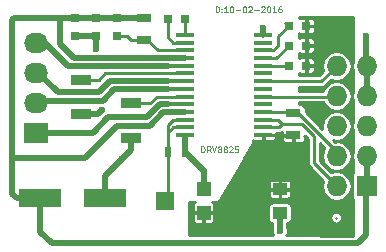
<source format=gbr>
G04 #@! TF.FileFunction,Copper,L1,Top,Signal*
%FSLAX45Y45*%
G04 Gerber Fmt 4.5, Leading zero omitted, Abs format (unit mm)*
G04 Created by KiCad (PCBNEW 4.0.1-stable) date 12-Feb-16 11:08:01 AM*
%MOMM*%
G01*
G04 APERTURE LIST*
%ADD10C,0.100000*%
%ADD11R,1.550000X0.300000*%
%ADD12R,0.800000X0.750000*%
%ADD13R,1.300000X0.700000*%
%ADD14R,0.750000X0.800000*%
%ADD15R,2.032000X1.727200*%
%ADD16O,2.032000X1.727200*%
%ADD17R,3.599180X1.600200*%
%ADD18R,0.500000X0.900000*%
%ADD19R,1.250000X1.000000*%
%ADD20R,1.200000X1.200000*%
%ADD21R,1.500000X1.600000*%
%ADD22R,1.700000X0.900000*%
%ADD23R,1.727200X1.727200*%
%ADD24O,1.727200X1.727200*%
%ADD25C,0.600000*%
%ADD26C,0.250000*%
%ADD27C,0.500000*%
%ADD28C,0.200000*%
%ADD29C,0.300000*%
%ADD30C,0.350000*%
%ADD31C,0.254000*%
G04 APERTURE END LIST*
D10*
X1715238Y-1272619D02*
X1715238Y-1222619D01*
X1727143Y-1222619D01*
X1734286Y-1225000D01*
X1739048Y-1229762D01*
X1741429Y-1234524D01*
X1743810Y-1244048D01*
X1743810Y-1251191D01*
X1741429Y-1260714D01*
X1739048Y-1265476D01*
X1734286Y-1270238D01*
X1727143Y-1272619D01*
X1715238Y-1272619D01*
X1793810Y-1272619D02*
X1777143Y-1248810D01*
X1765238Y-1272619D02*
X1765238Y-1222619D01*
X1784286Y-1222619D01*
X1789048Y-1225000D01*
X1791429Y-1227381D01*
X1793810Y-1232143D01*
X1793810Y-1239286D01*
X1791429Y-1244048D01*
X1789048Y-1246429D01*
X1784286Y-1248810D01*
X1765238Y-1248810D01*
X1808095Y-1222619D02*
X1824762Y-1272619D01*
X1841429Y-1222619D01*
X1865238Y-1244048D02*
X1860476Y-1241667D01*
X1858095Y-1239286D01*
X1855714Y-1234524D01*
X1855714Y-1232143D01*
X1858095Y-1227381D01*
X1860476Y-1225000D01*
X1865238Y-1222619D01*
X1874762Y-1222619D01*
X1879524Y-1225000D01*
X1881905Y-1227381D01*
X1884286Y-1232143D01*
X1884286Y-1234524D01*
X1881905Y-1239286D01*
X1879524Y-1241667D01*
X1874762Y-1244048D01*
X1865238Y-1244048D01*
X1860476Y-1246429D01*
X1858095Y-1248810D01*
X1855714Y-1253571D01*
X1855714Y-1263095D01*
X1858095Y-1267857D01*
X1860476Y-1270238D01*
X1865238Y-1272619D01*
X1874762Y-1272619D01*
X1879524Y-1270238D01*
X1881905Y-1267857D01*
X1884286Y-1263095D01*
X1884286Y-1253571D01*
X1881905Y-1248810D01*
X1879524Y-1246429D01*
X1874762Y-1244048D01*
X1912857Y-1244048D02*
X1908095Y-1241667D01*
X1905714Y-1239286D01*
X1903333Y-1234524D01*
X1903333Y-1232143D01*
X1905714Y-1227381D01*
X1908095Y-1225000D01*
X1912857Y-1222619D01*
X1922381Y-1222619D01*
X1927143Y-1225000D01*
X1929524Y-1227381D01*
X1931905Y-1232143D01*
X1931905Y-1234524D01*
X1929524Y-1239286D01*
X1927143Y-1241667D01*
X1922381Y-1244048D01*
X1912857Y-1244048D01*
X1908095Y-1246429D01*
X1905714Y-1248810D01*
X1903333Y-1253571D01*
X1903333Y-1263095D01*
X1905714Y-1267857D01*
X1908095Y-1270238D01*
X1912857Y-1272619D01*
X1922381Y-1272619D01*
X1927143Y-1270238D01*
X1929524Y-1267857D01*
X1931905Y-1263095D01*
X1931905Y-1253571D01*
X1929524Y-1248810D01*
X1927143Y-1246429D01*
X1922381Y-1244048D01*
X1950952Y-1227381D02*
X1953333Y-1225000D01*
X1958095Y-1222619D01*
X1970000Y-1222619D01*
X1974762Y-1225000D01*
X1977143Y-1227381D01*
X1979524Y-1232143D01*
X1979524Y-1236905D01*
X1977143Y-1244048D01*
X1948571Y-1272619D01*
X1979524Y-1272619D01*
X2024762Y-1222619D02*
X2000952Y-1222619D01*
X1998571Y-1246429D01*
X2000952Y-1244048D01*
X2005714Y-1241667D01*
X2017619Y-1241667D01*
X2022381Y-1244048D01*
X2024762Y-1246429D01*
X2027143Y-1251191D01*
X2027143Y-1263095D01*
X2024762Y-1267857D01*
X2022381Y-1270238D01*
X2017619Y-1272619D01*
X2005714Y-1272619D01*
X2000952Y-1270238D01*
X1998571Y-1267857D01*
X1837639Y-85619D02*
X1837639Y-35619D01*
X1849544Y-35619D01*
X1856687Y-38000D01*
X1861449Y-42762D01*
X1863830Y-47524D01*
X1866211Y-57048D01*
X1866211Y-64190D01*
X1863830Y-73714D01*
X1861449Y-78476D01*
X1856687Y-83238D01*
X1849544Y-85619D01*
X1837639Y-85619D01*
X1887639Y-80857D02*
X1890020Y-83238D01*
X1887639Y-85619D01*
X1885258Y-83238D01*
X1887639Y-80857D01*
X1887639Y-85619D01*
X1887639Y-54667D02*
X1890020Y-57048D01*
X1887639Y-59429D01*
X1885258Y-57048D01*
X1887639Y-54667D01*
X1887639Y-59429D01*
X1937639Y-85619D02*
X1909068Y-85619D01*
X1923353Y-85619D02*
X1923353Y-35619D01*
X1918592Y-42762D01*
X1913830Y-47524D01*
X1909068Y-49905D01*
X1968592Y-35619D02*
X1973353Y-35619D01*
X1978115Y-38000D01*
X1980496Y-40381D01*
X1982877Y-45143D01*
X1985258Y-54667D01*
X1985258Y-66571D01*
X1982877Y-76095D01*
X1980496Y-80857D01*
X1978115Y-83238D01*
X1973353Y-85619D01*
X1968592Y-85619D01*
X1963830Y-83238D01*
X1961449Y-80857D01*
X1959068Y-76095D01*
X1956687Y-66571D01*
X1956687Y-54667D01*
X1959068Y-45143D01*
X1961449Y-40381D01*
X1963830Y-38000D01*
X1968592Y-35619D01*
X2006687Y-66571D02*
X2044782Y-66571D01*
X2078115Y-35619D02*
X2082877Y-35619D01*
X2087639Y-38000D01*
X2090020Y-40381D01*
X2092401Y-45143D01*
X2094782Y-54667D01*
X2094782Y-66571D01*
X2092401Y-76095D01*
X2090020Y-80857D01*
X2087639Y-83238D01*
X2082877Y-85619D01*
X2078115Y-85619D01*
X2073353Y-83238D01*
X2070972Y-80857D01*
X2068592Y-76095D01*
X2066211Y-66571D01*
X2066211Y-54667D01*
X2068592Y-45143D01*
X2070972Y-40381D01*
X2073353Y-38000D01*
X2078115Y-35619D01*
X2113830Y-40381D02*
X2116211Y-38000D01*
X2120973Y-35619D01*
X2132877Y-35619D01*
X2137639Y-38000D01*
X2140020Y-40381D01*
X2142401Y-45143D01*
X2142401Y-49905D01*
X2140020Y-57048D01*
X2111449Y-85619D01*
X2142401Y-85619D01*
X2163830Y-66571D02*
X2201925Y-66571D01*
X2223353Y-40381D02*
X2225734Y-38000D01*
X2230496Y-35619D01*
X2242401Y-35619D01*
X2247163Y-38000D01*
X2249544Y-40381D01*
X2251925Y-45143D01*
X2251925Y-49905D01*
X2249544Y-57048D01*
X2220973Y-85619D01*
X2251925Y-85619D01*
X2282877Y-35619D02*
X2287639Y-35619D01*
X2292401Y-38000D01*
X2294782Y-40381D01*
X2297163Y-45143D01*
X2299544Y-54667D01*
X2299544Y-66571D01*
X2297163Y-76095D01*
X2294782Y-80857D01*
X2292401Y-83238D01*
X2287639Y-85619D01*
X2282877Y-85619D01*
X2278115Y-83238D01*
X2275734Y-80857D01*
X2273353Y-76095D01*
X2270972Y-66571D01*
X2270972Y-54667D01*
X2273353Y-45143D01*
X2275734Y-40381D01*
X2278115Y-38000D01*
X2282877Y-35619D01*
X2347163Y-85619D02*
X2318591Y-85619D01*
X2332877Y-85619D02*
X2332877Y-35619D01*
X2328115Y-42762D01*
X2323353Y-47524D01*
X2318591Y-49905D01*
X2390020Y-35619D02*
X2380496Y-35619D01*
X2375734Y-38000D01*
X2373353Y-40381D01*
X2368591Y-47524D01*
X2366210Y-57048D01*
X2366210Y-76095D01*
X2368591Y-80857D01*
X2370972Y-83238D01*
X2375734Y-85619D01*
X2385258Y-85619D01*
X2390020Y-83238D01*
X2392401Y-80857D01*
X2394782Y-76095D01*
X2394782Y-64190D01*
X2392401Y-59429D01*
X2390020Y-57048D01*
X2385258Y-54667D01*
X2375734Y-54667D01*
X2370972Y-57048D01*
X2368591Y-59429D01*
X2366210Y-64190D01*
D11*
X2240500Y-279500D03*
X1580500Y-279500D03*
X2240500Y-344500D03*
X1580500Y-344500D03*
X2240500Y-409500D03*
X1580500Y-409500D03*
X2240500Y-474500D03*
X1580500Y-474500D03*
X2240500Y-539500D03*
X1580500Y-539500D03*
X2240500Y-604500D03*
X1580500Y-604500D03*
X2240500Y-669500D03*
X1580500Y-669500D03*
X2240500Y-734500D03*
X1580500Y-734500D03*
X2240500Y-799500D03*
X1580500Y-799500D03*
X2240500Y-864500D03*
X1580500Y-864500D03*
X2240500Y-929500D03*
X1580500Y-929500D03*
X2240500Y-994500D03*
X1580500Y-994500D03*
X2240500Y-1059500D03*
X1580500Y-1059500D03*
X2240500Y-1124500D03*
X1580500Y-1124500D03*
D12*
X2453670Y-201350D03*
X2603670Y-201350D03*
D13*
X2495020Y-1128000D03*
X2495020Y-938000D03*
D12*
X2453670Y-537900D03*
X2603670Y-537900D03*
X2453670Y-369625D03*
X2603670Y-369625D03*
X1430120Y-141660D03*
X1580120Y-141660D03*
D14*
X641520Y-135240D03*
X641520Y-285240D03*
X821860Y-135240D03*
X821860Y-285240D03*
D13*
X1228260Y-323020D03*
X1228260Y-133020D03*
D14*
X999660Y-285240D03*
X999660Y-135240D03*
D15*
X318940Y-1104320D03*
D16*
X318940Y-850320D03*
X318940Y-596320D03*
X318940Y-342320D03*
D17*
X352976Y-1660580D03*
X903140Y-1660580D03*
D18*
X1430020Y-1273000D03*
X1580020Y-1273000D03*
D19*
X2380000Y-1585000D03*
X2380000Y-1785000D03*
D20*
X1733600Y-1783440D03*
X1733600Y-1583440D03*
D21*
X1408600Y-1683440D03*
D22*
X695020Y-658000D03*
X695020Y-948000D03*
X1120020Y-858000D03*
X1120020Y-1148000D03*
D23*
X3114000Y-1557000D03*
D24*
X2860000Y-1557000D03*
X3114000Y-1303000D03*
X2860000Y-1303000D03*
X3114000Y-1049000D03*
X2860000Y-1049000D03*
X3114000Y-795000D03*
X2860000Y-795000D03*
X3114000Y-541000D03*
X2860000Y-541000D03*
D25*
X3108000Y-283000D03*
X2380000Y-1935000D03*
X2240000Y-220000D03*
X1733600Y-1426580D03*
X1045020Y-1328200D03*
X875000Y-910081D03*
X821860Y-398200D03*
D26*
X2856020Y-1825000D02*
X2856020Y-1824020D01*
D27*
X3110020Y-1560980D02*
X3110020Y-1969980D01*
X3040000Y-2040000D02*
X3110020Y-1969980D01*
X450000Y-2040000D02*
X3040000Y-2040000D01*
X352976Y-1942976D02*
X450000Y-2040000D01*
X352976Y-1942976D02*
X352976Y-1660580D01*
X3110020Y-1560980D02*
X3114000Y-1557000D01*
X3114000Y-1557000D02*
X3114000Y-1303000D01*
X1429058Y-930481D02*
X1579519Y-930481D01*
X1579519Y-930481D02*
X1580500Y-929500D01*
X400020Y-1323776D02*
X113976Y-1323776D01*
X400020Y-1323776D02*
X726224Y-1323776D01*
X352976Y-1323776D02*
X400020Y-1323776D01*
X726224Y-1323776D02*
X1004999Y-1045001D01*
X1004999Y-1045001D02*
X1279959Y-1045001D01*
X1279959Y-1045001D02*
X1394479Y-930481D01*
X1394479Y-930481D02*
X1429058Y-930481D01*
X1429058Y-930481D02*
X1430039Y-930481D01*
X113200Y-1323000D02*
X113200Y-1623200D01*
X150580Y-1660580D02*
X352976Y-1660580D01*
X113200Y-1623200D02*
X150580Y-1660580D01*
X542460Y-135240D02*
X519600Y-135240D01*
X519600Y-135240D02*
X519600Y-355020D01*
X1162120Y-474500D02*
X1162220Y-474400D01*
X519600Y-355020D02*
X639080Y-474500D01*
X639080Y-474500D02*
X1162120Y-474500D01*
X1162220Y-474400D02*
X1580400Y-474400D01*
X1580400Y-474400D02*
X1580500Y-474500D01*
X113976Y-1323776D02*
X113200Y-1323000D01*
X113200Y-1289740D02*
X113200Y-1323000D01*
X641520Y-135240D02*
X542460Y-135240D01*
X113200Y-154360D02*
X113200Y-1289740D01*
X132320Y-135240D02*
X113200Y-154360D01*
X542460Y-135240D02*
X132320Y-135240D01*
X452925Y-1660580D02*
X352976Y-1660580D01*
X821860Y-135240D02*
X999660Y-135240D01*
X641520Y-135240D02*
X821860Y-135240D01*
X1226040Y-135240D02*
X1228260Y-133020D01*
X999660Y-135240D02*
X1226040Y-135240D01*
X3114000Y-795000D02*
X3114000Y-541000D01*
X3114000Y-541000D02*
X3108000Y-535000D01*
X3108000Y-535000D02*
X3108000Y-283000D01*
X2380000Y-1785000D02*
X2380000Y-1935000D01*
X2240500Y-279500D02*
X2240500Y-220500D01*
X2240500Y-220500D02*
X2240000Y-220000D01*
X1650020Y-1343000D02*
X1580020Y-1273000D01*
X1650020Y-1343000D02*
X1733600Y-1426580D01*
X1733600Y-1583440D02*
X1733600Y-1426580D01*
X1580020Y-1273000D02*
X1580020Y-1140020D01*
X1580500Y-1272520D02*
X1580020Y-1273000D01*
X903140Y-1470080D02*
X1045020Y-1328200D01*
X1045020Y-1328200D02*
X1120020Y-1253200D01*
X695020Y-948000D02*
X837081Y-948000D01*
X837081Y-948000D02*
X875000Y-910081D01*
X1120020Y-1253200D02*
X1120020Y-1148000D01*
X903140Y-1660580D02*
X903140Y-1470080D01*
X821860Y-285240D02*
X821860Y-398200D01*
X641520Y-285240D02*
X821860Y-285240D01*
D26*
X1580500Y-344500D02*
X1478000Y-344500D01*
X1478000Y-344500D02*
X1430120Y-296620D01*
X1430120Y-296620D02*
X1430120Y-204160D01*
X1430120Y-204160D02*
X1430120Y-141660D01*
X1580500Y-279500D02*
X1580500Y-142040D01*
X1580500Y-142040D02*
X1580120Y-141660D01*
X1123020Y-323020D02*
X1085240Y-285240D01*
X1085240Y-285240D02*
X999660Y-285240D01*
X1228260Y-323020D02*
X1123020Y-323020D01*
X1580500Y-409500D02*
X1487340Y-409500D01*
X1487340Y-409500D02*
X1344940Y-409500D01*
X1344740Y-409500D02*
X1487340Y-409500D01*
X1258260Y-323020D02*
X1344740Y-409500D01*
X1228260Y-323020D02*
X1258260Y-323020D01*
X2365000Y-370000D02*
X2365000Y-290020D01*
X2365000Y-290020D02*
X2453670Y-201350D01*
X2325500Y-409500D02*
X2365000Y-370000D01*
X2240500Y-409500D02*
X2325500Y-409500D01*
X2427270Y-174950D02*
X2453670Y-201350D01*
X2452670Y-200350D02*
X2453670Y-201350D01*
D28*
X2451170Y-201350D02*
X2453670Y-201350D01*
D26*
X2240500Y-474500D02*
X2348795Y-474500D01*
X2348795Y-474500D02*
X2453670Y-369625D01*
D28*
X2451170Y-369625D02*
X2453670Y-369625D01*
D26*
X2240500Y-539500D02*
X2452070Y-539500D01*
X2452070Y-539500D02*
X2453670Y-537900D01*
X2719500Y-669500D02*
X2731500Y-669500D01*
X2240500Y-669500D02*
X2719500Y-669500D01*
X2731500Y-669500D02*
X2860000Y-541000D01*
X2240500Y-799500D02*
X2855500Y-799500D01*
X2855500Y-799500D02*
X2860000Y-795000D01*
X2240520Y-799520D02*
X2240500Y-799500D01*
X2399200Y-1033200D02*
X2563200Y-1033200D01*
X2667000Y-1364000D02*
X2860000Y-1557000D01*
X2667000Y-1137000D02*
X2667000Y-1364000D01*
X2563200Y-1033200D02*
X2667000Y-1137000D01*
X2372900Y-1059500D02*
X2399200Y-1033200D01*
X2360500Y-994500D02*
X2399200Y-1033200D01*
X2240500Y-1059500D02*
X2372900Y-1059500D01*
X2240500Y-994500D02*
X2360500Y-994500D01*
D27*
X318940Y-1104320D02*
X795680Y-1104320D01*
X795680Y-1104320D02*
X925000Y-975000D01*
X925000Y-975000D02*
X1250964Y-975000D01*
X1250964Y-975000D02*
X1365484Y-860480D01*
X1365484Y-860480D02*
X1425000Y-860480D01*
X1362880Y-860480D02*
X1436540Y-860480D01*
D29*
X1580500Y-864500D02*
X1440560Y-864500D01*
X1440560Y-864500D02*
X1436540Y-860480D01*
D27*
X318940Y-850320D02*
X334180Y-850320D01*
X882756Y-835080D02*
X334180Y-835080D01*
X334180Y-835080D02*
X318940Y-850320D01*
X1434000Y-739981D02*
X977855Y-739981D01*
D29*
X1580500Y-734500D02*
X1439481Y-734500D01*
X1439481Y-734500D02*
X1434000Y-739981D01*
D27*
X977855Y-739981D02*
X882756Y-835080D01*
X848681Y-765079D02*
X502939Y-765079D01*
X502939Y-765079D02*
X334180Y-596320D01*
X334180Y-596320D02*
X318940Y-596320D01*
D29*
X1473000Y-669500D02*
X1472520Y-669980D01*
X1580500Y-669500D02*
X1473000Y-669500D01*
X1472520Y-669980D02*
X1434000Y-669980D01*
D27*
X1434000Y-669980D02*
X943780Y-669980D01*
X943780Y-669980D02*
X848681Y-765079D01*
D29*
X1410961Y-539500D02*
X1406060Y-544401D01*
D27*
X1406060Y-544401D02*
X1434000Y-544401D01*
X1333519Y-544401D02*
X1406060Y-544401D01*
X1333419Y-544501D02*
X1333519Y-544401D01*
X589765Y-544501D02*
X1333419Y-544501D01*
X387584Y-342320D02*
X589765Y-544501D01*
X318940Y-342320D02*
X387584Y-342320D01*
D26*
X334180Y-342320D02*
X318940Y-342320D01*
D29*
X1580500Y-539500D02*
X1410961Y-539500D01*
D26*
X1580500Y-604500D02*
X903140Y-604500D01*
X903140Y-604500D02*
X849640Y-658000D01*
X849640Y-658000D02*
X695020Y-658000D01*
X1580500Y-799500D02*
X1342541Y-799500D01*
X1342541Y-799500D02*
X1284041Y-858000D01*
X1284041Y-858000D02*
X1120020Y-858000D01*
X2860000Y-1303000D02*
X2860000Y-1266360D01*
X2860000Y-1266360D02*
X2531640Y-938000D01*
X2531640Y-938000D02*
X2495020Y-938000D01*
X2486520Y-929500D02*
X2495020Y-938000D01*
X2449420Y-929500D02*
X2451520Y-931600D01*
X2240500Y-929500D02*
X2486520Y-929500D01*
X2240020Y-1124980D02*
X2240500Y-1124500D01*
D30*
X2490020Y-1133000D02*
X2495020Y-1128000D01*
D26*
X2245020Y-1129020D02*
X2240500Y-1124500D01*
X2491520Y-1124500D02*
X2495020Y-1128000D01*
X2495020Y-1128000D02*
X2525020Y-1128000D01*
D28*
X2603670Y-537900D02*
X2603670Y-369625D01*
X2603670Y-201350D02*
X2603670Y-369625D01*
D26*
X1580500Y-994500D02*
X1478000Y-994500D01*
X1478000Y-994500D02*
X1430020Y-1042480D01*
X1430020Y-1042480D02*
X1430020Y-1107480D01*
X1580500Y-1059500D02*
X1478000Y-1059500D01*
X1478000Y-1059500D02*
X1430020Y-1107480D01*
X1430020Y-1107480D02*
X1430020Y-1203000D01*
X1430020Y-1203000D02*
X1430020Y-1273000D01*
X1430020Y-1273000D02*
X1430020Y-1662020D01*
X1430020Y-1662020D02*
X1408600Y-1683440D01*
X1359000Y-1633840D02*
X1408600Y-1683440D01*
X2856020Y-1063000D02*
X2853000Y-1063000D01*
D31*
G36*
X3002300Y-485522D02*
X2996953Y-493524D01*
X2987509Y-541000D01*
X2996953Y-588476D01*
X3002300Y-596478D01*
X3002300Y-739522D01*
X2996953Y-747524D01*
X2987509Y-795000D01*
X2996953Y-842476D01*
X3002300Y-850478D01*
X3002300Y-993522D01*
X2996953Y-1001524D01*
X2987509Y-1049000D01*
X2996953Y-1096476D01*
X3002300Y-1104478D01*
X3002300Y-1247522D01*
X2996953Y-1255524D01*
X2987509Y-1303000D01*
X2996953Y-1350476D01*
X3002300Y-1358478D01*
X3002300Y-1442146D01*
X3000838Y-1443087D01*
X2992230Y-1455685D01*
X2989201Y-1470640D01*
X2989201Y-1643360D01*
X2991830Y-1657331D01*
X3000087Y-1670162D01*
X3002300Y-1671674D01*
X3002300Y-1977255D01*
X2435496Y-1975259D01*
X2437360Y-1973399D01*
X2447688Y-1948525D01*
X2447712Y-1921593D01*
X2442700Y-1909463D01*
X2442700Y-1873401D01*
X2456471Y-1870810D01*
X2469302Y-1862553D01*
X2477910Y-1849955D01*
X2480939Y-1835000D01*
X2480939Y-1824020D01*
X2805820Y-1824020D01*
X2805820Y-1825000D01*
X2809641Y-1844211D01*
X2820523Y-1860497D01*
X2836809Y-1871379D01*
X2856020Y-1875200D01*
X2875231Y-1871379D01*
X2891517Y-1860497D01*
X2902399Y-1844211D01*
X2906220Y-1825000D01*
X2906220Y-1824020D01*
X2902399Y-1804809D01*
X2891517Y-1788523D01*
X2875231Y-1777641D01*
X2856020Y-1773820D01*
X2836809Y-1777641D01*
X2820523Y-1788523D01*
X2809641Y-1804809D01*
X2805820Y-1824020D01*
X2480939Y-1824020D01*
X2480939Y-1735000D01*
X2478310Y-1721029D01*
X2470053Y-1708198D01*
X2457455Y-1699590D01*
X2442500Y-1696561D01*
X2317500Y-1696561D01*
X2303529Y-1699190D01*
X2290698Y-1707447D01*
X2282090Y-1720045D01*
X2279062Y-1735000D01*
X2279062Y-1835000D01*
X2281690Y-1848971D01*
X2289947Y-1861802D01*
X2302545Y-1870410D01*
X2317300Y-1873398D01*
X2317300Y-1909462D01*
X2312312Y-1921475D01*
X2312288Y-1948407D01*
X2322573Y-1973299D01*
X2324139Y-1974867D01*
X1607700Y-1972345D01*
X1607700Y-1793915D01*
X1640900Y-1793915D01*
X1640900Y-1849944D01*
X1645878Y-1861963D01*
X1655077Y-1871162D01*
X1667095Y-1876140D01*
X1723125Y-1876140D01*
X1731300Y-1867965D01*
X1731300Y-1785740D01*
X1735900Y-1785740D01*
X1735900Y-1867965D01*
X1744075Y-1876140D01*
X1800104Y-1876140D01*
X1812123Y-1871162D01*
X1821322Y-1861963D01*
X1826300Y-1849944D01*
X1826300Y-1793915D01*
X1818125Y-1785740D01*
X1735900Y-1785740D01*
X1731300Y-1785740D01*
X1649075Y-1785740D01*
X1640900Y-1793915D01*
X1607700Y-1793915D01*
X1607700Y-1692700D01*
X1662364Y-1692700D01*
X1655077Y-1695718D01*
X1645878Y-1704917D01*
X1640900Y-1716936D01*
X1640900Y-1772965D01*
X1649075Y-1781140D01*
X1731300Y-1781140D01*
X1731300Y-1779140D01*
X1735900Y-1779140D01*
X1735900Y-1781140D01*
X1818125Y-1781140D01*
X1826300Y-1772965D01*
X1826300Y-1716936D01*
X1821322Y-1704917D01*
X1812123Y-1695718D01*
X1804836Y-1692700D01*
X1850000Y-1692700D01*
X1854941Y-1691699D01*
X1859103Y-1688855D01*
X1860929Y-1686468D01*
X1914782Y-1595475D01*
X2284800Y-1595475D01*
X2284800Y-1641504D01*
X2289778Y-1653523D01*
X2298977Y-1662722D01*
X2310996Y-1667700D01*
X2369525Y-1667700D01*
X2377700Y-1659525D01*
X2377700Y-1587300D01*
X2382300Y-1587300D01*
X2382300Y-1659525D01*
X2390475Y-1667700D01*
X2449005Y-1667700D01*
X2461023Y-1662722D01*
X2470222Y-1653523D01*
X2475200Y-1641504D01*
X2475200Y-1595475D01*
X2467025Y-1587300D01*
X2382300Y-1587300D01*
X2377700Y-1587300D01*
X2292975Y-1587300D01*
X2284800Y-1595475D01*
X1914782Y-1595475D01*
X1954423Y-1528496D01*
X2284800Y-1528496D01*
X2284800Y-1574525D01*
X2292975Y-1582700D01*
X2377700Y-1582700D01*
X2377700Y-1510475D01*
X2382300Y-1510475D01*
X2382300Y-1582700D01*
X2467025Y-1582700D01*
X2475200Y-1574525D01*
X2475200Y-1528496D01*
X2470222Y-1516477D01*
X2461023Y-1507278D01*
X2449005Y-1502300D01*
X2390475Y-1502300D01*
X2382300Y-1510475D01*
X2377700Y-1510475D01*
X2369525Y-1502300D01*
X2310996Y-1502300D01*
X2298977Y-1507278D01*
X2289778Y-1516477D01*
X2284800Y-1528496D01*
X1954423Y-1528496D01*
X2073262Y-1327700D01*
X2079367Y-1327700D01*
X2079367Y-1317385D01*
X2150929Y-1196468D01*
X2152700Y-1190000D01*
X2152700Y-1170628D01*
X2156496Y-1172200D01*
X2230025Y-1172200D01*
X2238200Y-1164025D01*
X2238200Y-1126800D01*
X2242800Y-1126800D01*
X2242800Y-1164025D01*
X2250975Y-1172200D01*
X2324505Y-1172200D01*
X2336523Y-1167222D01*
X2345722Y-1158023D01*
X2350700Y-1146004D01*
X2350700Y-1138475D01*
X2397320Y-1138475D01*
X2397320Y-1169504D01*
X2402298Y-1181523D01*
X2411497Y-1190722D01*
X2423516Y-1195700D01*
X2484545Y-1195700D01*
X2492720Y-1187525D01*
X2492720Y-1130300D01*
X2405495Y-1130300D01*
X2397320Y-1138475D01*
X2350700Y-1138475D01*
X2350700Y-1134975D01*
X2342525Y-1126800D01*
X2242800Y-1126800D01*
X2238200Y-1126800D01*
X2236200Y-1126800D01*
X2236200Y-1122200D01*
X2238200Y-1122200D01*
X2238200Y-1120200D01*
X2242800Y-1120200D01*
X2242800Y-1122200D01*
X2342525Y-1122200D01*
X2350700Y-1114025D01*
X2350700Y-1109700D01*
X2372900Y-1109700D01*
X2372900Y-1109700D01*
X2392111Y-1105879D01*
X2397320Y-1102398D01*
X2397320Y-1117525D01*
X2405495Y-1125700D01*
X2492720Y-1125700D01*
X2492720Y-1123700D01*
X2497320Y-1123700D01*
X2497320Y-1125700D01*
X2499320Y-1125700D01*
X2499320Y-1130300D01*
X2497320Y-1130300D01*
X2497320Y-1187525D01*
X2505495Y-1195700D01*
X2566525Y-1195700D01*
X2578543Y-1190722D01*
X2587742Y-1181523D01*
X2592720Y-1169504D01*
X2592720Y-1138475D01*
X2584545Y-1130300D01*
X2589307Y-1130300D01*
X2616800Y-1157794D01*
X2616800Y-1364000D01*
X2616800Y-1364000D01*
X2620621Y-1383211D01*
X2631503Y-1399497D01*
X2742717Y-1510711D01*
X2733510Y-1557000D01*
X2742953Y-1604476D01*
X2769846Y-1644724D01*
X2810094Y-1671616D01*
X2857569Y-1681060D01*
X2862430Y-1681060D01*
X2909906Y-1671616D01*
X2950154Y-1644724D01*
X2977047Y-1604476D01*
X2986490Y-1557000D01*
X2977047Y-1509524D01*
X2950154Y-1469276D01*
X2909906Y-1442383D01*
X2862430Y-1432940D01*
X2857569Y-1432940D01*
X2815335Y-1441341D01*
X2717200Y-1343206D01*
X2717200Y-1194554D01*
X2757059Y-1234413D01*
X2742953Y-1255524D01*
X2733510Y-1303000D01*
X2742953Y-1350476D01*
X2769846Y-1390724D01*
X2810094Y-1417616D01*
X2857569Y-1427060D01*
X2862430Y-1427060D01*
X2909906Y-1417616D01*
X2950154Y-1390724D01*
X2977047Y-1350476D01*
X2986490Y-1303000D01*
X2977047Y-1255524D01*
X2950154Y-1215276D01*
X2909906Y-1188384D01*
X2862430Y-1178940D01*
X2857569Y-1178940D01*
X2845895Y-1181262D01*
X2832758Y-1168125D01*
X2857569Y-1173060D01*
X2862430Y-1173060D01*
X2909906Y-1163617D01*
X2950154Y-1136724D01*
X2977047Y-1096476D01*
X2986490Y-1049000D01*
X2977047Y-1001524D01*
X2950154Y-961276D01*
X2909906Y-934383D01*
X2862430Y-924940D01*
X2857569Y-924940D01*
X2810094Y-934383D01*
X2769846Y-961276D01*
X2742953Y-1001524D01*
X2733510Y-1049000D01*
X2738445Y-1073812D01*
X2598459Y-933825D01*
X2598459Y-903000D01*
X2595830Y-889029D01*
X2587573Y-876198D01*
X2574975Y-867590D01*
X2560020Y-864561D01*
X2542700Y-864561D01*
X2542700Y-849700D01*
X2747780Y-849700D01*
X2769846Y-882724D01*
X2810094Y-909616D01*
X2857569Y-919060D01*
X2862430Y-919060D01*
X2909906Y-909616D01*
X2950154Y-882724D01*
X2977047Y-842476D01*
X2986490Y-795000D01*
X2977047Y-747524D01*
X2950154Y-707276D01*
X2909906Y-680384D01*
X2862430Y-670940D01*
X2857569Y-670940D01*
X2810094Y-680384D01*
X2769846Y-707276D01*
X2742953Y-747524D01*
X2742600Y-749300D01*
X2542700Y-749300D01*
X2542700Y-719700D01*
X2731500Y-719700D01*
X2731500Y-719700D01*
X2750711Y-715879D01*
X2766997Y-704997D01*
X2815335Y-656659D01*
X2857569Y-665060D01*
X2862430Y-665060D01*
X2909906Y-655617D01*
X2950154Y-628724D01*
X2977047Y-588476D01*
X2986490Y-541000D01*
X2977047Y-493524D01*
X2950154Y-453276D01*
X2909906Y-426383D01*
X2862430Y-416940D01*
X2857569Y-416940D01*
X2810094Y-426383D01*
X2769846Y-453276D01*
X2742953Y-493524D01*
X2733510Y-541000D01*
X2742717Y-587289D01*
X2710706Y-619300D01*
X2542700Y-619300D01*
X2542700Y-600675D01*
X2545147Y-603122D01*
X2557166Y-608100D01*
X2593195Y-608100D01*
X2601370Y-599925D01*
X2601370Y-540200D01*
X2605970Y-540200D01*
X2605970Y-599925D01*
X2614145Y-608100D01*
X2650174Y-608100D01*
X2662193Y-603122D01*
X2671392Y-593923D01*
X2676370Y-581905D01*
X2676370Y-548375D01*
X2668195Y-540200D01*
X2605970Y-540200D01*
X2601370Y-540200D01*
X2599370Y-540200D01*
X2599370Y-535600D01*
X2601370Y-535600D01*
X2601370Y-475875D01*
X2605970Y-475875D01*
X2605970Y-535600D01*
X2668195Y-535600D01*
X2676370Y-527425D01*
X2676370Y-493895D01*
X2671392Y-481877D01*
X2662193Y-472678D01*
X2650174Y-467700D01*
X2614145Y-467700D01*
X2605970Y-475875D01*
X2601370Y-475875D01*
X2593195Y-467700D01*
X2557166Y-467700D01*
X2545147Y-472678D01*
X2542700Y-475125D01*
X2542700Y-432400D01*
X2545147Y-434847D01*
X2557166Y-439825D01*
X2593195Y-439825D01*
X2601370Y-431650D01*
X2601370Y-371925D01*
X2605970Y-371925D01*
X2605970Y-431650D01*
X2614145Y-439825D01*
X2650174Y-439825D01*
X2662193Y-434847D01*
X2671392Y-425648D01*
X2676370Y-413629D01*
X2676370Y-380100D01*
X2668195Y-371925D01*
X2605970Y-371925D01*
X2601370Y-371925D01*
X2599370Y-371925D01*
X2599370Y-367325D01*
X2601370Y-367325D01*
X2601370Y-307600D01*
X2605970Y-307600D01*
X2605970Y-367325D01*
X2668195Y-367325D01*
X2676370Y-359150D01*
X2676370Y-325621D01*
X2671392Y-313602D01*
X2662193Y-304403D01*
X2650174Y-299425D01*
X2614145Y-299425D01*
X2605970Y-307600D01*
X2601370Y-307600D01*
X2593195Y-299425D01*
X2557166Y-299425D01*
X2545147Y-304403D01*
X2542700Y-306850D01*
X2542700Y-264125D01*
X2545147Y-266572D01*
X2557166Y-271550D01*
X2593195Y-271550D01*
X2601370Y-263375D01*
X2601370Y-203650D01*
X2605970Y-203650D01*
X2605970Y-263375D01*
X2614145Y-271550D01*
X2650174Y-271550D01*
X2662193Y-266572D01*
X2671392Y-257373D01*
X2676370Y-245354D01*
X2676370Y-211825D01*
X2668195Y-203650D01*
X2605970Y-203650D01*
X2601370Y-203650D01*
X2599370Y-203650D01*
X2599370Y-199050D01*
X2601370Y-199050D01*
X2601370Y-139325D01*
X2605970Y-139325D01*
X2605970Y-199050D01*
X2668195Y-199050D01*
X2676370Y-190875D01*
X2676370Y-157346D01*
X2671392Y-145327D01*
X2662193Y-136128D01*
X2650174Y-131150D01*
X2614145Y-131150D01*
X2605970Y-139325D01*
X2601370Y-139325D01*
X2593195Y-131150D01*
X2557166Y-131150D01*
X2545147Y-136128D01*
X2542700Y-138575D01*
X2542700Y-127700D01*
X3002300Y-127700D01*
X3002300Y-485522D01*
X3002300Y-485522D01*
G37*
X3002300Y-485522D02*
X2996953Y-493524D01*
X2987509Y-541000D01*
X2996953Y-588476D01*
X3002300Y-596478D01*
X3002300Y-739522D01*
X2996953Y-747524D01*
X2987509Y-795000D01*
X2996953Y-842476D01*
X3002300Y-850478D01*
X3002300Y-993522D01*
X2996953Y-1001524D01*
X2987509Y-1049000D01*
X2996953Y-1096476D01*
X3002300Y-1104478D01*
X3002300Y-1247522D01*
X2996953Y-1255524D01*
X2987509Y-1303000D01*
X2996953Y-1350476D01*
X3002300Y-1358478D01*
X3002300Y-1442146D01*
X3000838Y-1443087D01*
X2992230Y-1455685D01*
X2989201Y-1470640D01*
X2989201Y-1643360D01*
X2991830Y-1657331D01*
X3000087Y-1670162D01*
X3002300Y-1671674D01*
X3002300Y-1977255D01*
X2435496Y-1975259D01*
X2437360Y-1973399D01*
X2447688Y-1948525D01*
X2447712Y-1921593D01*
X2442700Y-1909463D01*
X2442700Y-1873401D01*
X2456471Y-1870810D01*
X2469302Y-1862553D01*
X2477910Y-1849955D01*
X2480939Y-1835000D01*
X2480939Y-1824020D01*
X2805820Y-1824020D01*
X2805820Y-1825000D01*
X2809641Y-1844211D01*
X2820523Y-1860497D01*
X2836809Y-1871379D01*
X2856020Y-1875200D01*
X2875231Y-1871379D01*
X2891517Y-1860497D01*
X2902399Y-1844211D01*
X2906220Y-1825000D01*
X2906220Y-1824020D01*
X2902399Y-1804809D01*
X2891517Y-1788523D01*
X2875231Y-1777641D01*
X2856020Y-1773820D01*
X2836809Y-1777641D01*
X2820523Y-1788523D01*
X2809641Y-1804809D01*
X2805820Y-1824020D01*
X2480939Y-1824020D01*
X2480939Y-1735000D01*
X2478310Y-1721029D01*
X2470053Y-1708198D01*
X2457455Y-1699590D01*
X2442500Y-1696561D01*
X2317500Y-1696561D01*
X2303529Y-1699190D01*
X2290698Y-1707447D01*
X2282090Y-1720045D01*
X2279062Y-1735000D01*
X2279062Y-1835000D01*
X2281690Y-1848971D01*
X2289947Y-1861802D01*
X2302545Y-1870410D01*
X2317300Y-1873398D01*
X2317300Y-1909462D01*
X2312312Y-1921475D01*
X2312288Y-1948407D01*
X2322573Y-1973299D01*
X2324139Y-1974867D01*
X1607700Y-1972345D01*
X1607700Y-1793915D01*
X1640900Y-1793915D01*
X1640900Y-1849944D01*
X1645878Y-1861963D01*
X1655077Y-1871162D01*
X1667095Y-1876140D01*
X1723125Y-1876140D01*
X1731300Y-1867965D01*
X1731300Y-1785740D01*
X1735900Y-1785740D01*
X1735900Y-1867965D01*
X1744075Y-1876140D01*
X1800104Y-1876140D01*
X1812123Y-1871162D01*
X1821322Y-1861963D01*
X1826300Y-1849944D01*
X1826300Y-1793915D01*
X1818125Y-1785740D01*
X1735900Y-1785740D01*
X1731300Y-1785740D01*
X1649075Y-1785740D01*
X1640900Y-1793915D01*
X1607700Y-1793915D01*
X1607700Y-1692700D01*
X1662364Y-1692700D01*
X1655077Y-1695718D01*
X1645878Y-1704917D01*
X1640900Y-1716936D01*
X1640900Y-1772965D01*
X1649075Y-1781140D01*
X1731300Y-1781140D01*
X1731300Y-1779140D01*
X1735900Y-1779140D01*
X1735900Y-1781140D01*
X1818125Y-1781140D01*
X1826300Y-1772965D01*
X1826300Y-1716936D01*
X1821322Y-1704917D01*
X1812123Y-1695718D01*
X1804836Y-1692700D01*
X1850000Y-1692700D01*
X1854941Y-1691699D01*
X1859103Y-1688855D01*
X1860929Y-1686468D01*
X1914782Y-1595475D01*
X2284800Y-1595475D01*
X2284800Y-1641504D01*
X2289778Y-1653523D01*
X2298977Y-1662722D01*
X2310996Y-1667700D01*
X2369525Y-1667700D01*
X2377700Y-1659525D01*
X2377700Y-1587300D01*
X2382300Y-1587300D01*
X2382300Y-1659525D01*
X2390475Y-1667700D01*
X2449005Y-1667700D01*
X2461023Y-1662722D01*
X2470222Y-1653523D01*
X2475200Y-1641504D01*
X2475200Y-1595475D01*
X2467025Y-1587300D01*
X2382300Y-1587300D01*
X2377700Y-1587300D01*
X2292975Y-1587300D01*
X2284800Y-1595475D01*
X1914782Y-1595475D01*
X1954423Y-1528496D01*
X2284800Y-1528496D01*
X2284800Y-1574525D01*
X2292975Y-1582700D01*
X2377700Y-1582700D01*
X2377700Y-1510475D01*
X2382300Y-1510475D01*
X2382300Y-1582700D01*
X2467025Y-1582700D01*
X2475200Y-1574525D01*
X2475200Y-1528496D01*
X2470222Y-1516477D01*
X2461023Y-1507278D01*
X2449005Y-1502300D01*
X2390475Y-1502300D01*
X2382300Y-1510475D01*
X2377700Y-1510475D01*
X2369525Y-1502300D01*
X2310996Y-1502300D01*
X2298977Y-1507278D01*
X2289778Y-1516477D01*
X2284800Y-1528496D01*
X1954423Y-1528496D01*
X2073262Y-1327700D01*
X2079367Y-1327700D01*
X2079367Y-1317385D01*
X2150929Y-1196468D01*
X2152700Y-1190000D01*
X2152700Y-1170628D01*
X2156496Y-1172200D01*
X2230025Y-1172200D01*
X2238200Y-1164025D01*
X2238200Y-1126800D01*
X2242800Y-1126800D01*
X2242800Y-1164025D01*
X2250975Y-1172200D01*
X2324505Y-1172200D01*
X2336523Y-1167222D01*
X2345722Y-1158023D01*
X2350700Y-1146004D01*
X2350700Y-1138475D01*
X2397320Y-1138475D01*
X2397320Y-1169504D01*
X2402298Y-1181523D01*
X2411497Y-1190722D01*
X2423516Y-1195700D01*
X2484545Y-1195700D01*
X2492720Y-1187525D01*
X2492720Y-1130300D01*
X2405495Y-1130300D01*
X2397320Y-1138475D01*
X2350700Y-1138475D01*
X2350700Y-1134975D01*
X2342525Y-1126800D01*
X2242800Y-1126800D01*
X2238200Y-1126800D01*
X2236200Y-1126800D01*
X2236200Y-1122200D01*
X2238200Y-1122200D01*
X2238200Y-1120200D01*
X2242800Y-1120200D01*
X2242800Y-1122200D01*
X2342525Y-1122200D01*
X2350700Y-1114025D01*
X2350700Y-1109700D01*
X2372900Y-1109700D01*
X2372900Y-1109700D01*
X2392111Y-1105879D01*
X2397320Y-1102398D01*
X2397320Y-1117525D01*
X2405495Y-1125700D01*
X2492720Y-1125700D01*
X2492720Y-1123700D01*
X2497320Y-1123700D01*
X2497320Y-1125700D01*
X2499320Y-1125700D01*
X2499320Y-1130300D01*
X2497320Y-1130300D01*
X2497320Y-1187525D01*
X2505495Y-1195700D01*
X2566525Y-1195700D01*
X2578543Y-1190722D01*
X2587742Y-1181523D01*
X2592720Y-1169504D01*
X2592720Y-1138475D01*
X2584545Y-1130300D01*
X2589307Y-1130300D01*
X2616800Y-1157794D01*
X2616800Y-1364000D01*
X2616800Y-1364000D01*
X2620621Y-1383211D01*
X2631503Y-1399497D01*
X2742717Y-1510711D01*
X2733510Y-1557000D01*
X2742953Y-1604476D01*
X2769846Y-1644724D01*
X2810094Y-1671616D01*
X2857569Y-1681060D01*
X2862430Y-1681060D01*
X2909906Y-1671616D01*
X2950154Y-1644724D01*
X2977047Y-1604476D01*
X2986490Y-1557000D01*
X2977047Y-1509524D01*
X2950154Y-1469276D01*
X2909906Y-1442383D01*
X2862430Y-1432940D01*
X2857569Y-1432940D01*
X2815335Y-1441341D01*
X2717200Y-1343206D01*
X2717200Y-1194554D01*
X2757059Y-1234413D01*
X2742953Y-1255524D01*
X2733510Y-1303000D01*
X2742953Y-1350476D01*
X2769846Y-1390724D01*
X2810094Y-1417616D01*
X2857569Y-1427060D01*
X2862430Y-1427060D01*
X2909906Y-1417616D01*
X2950154Y-1390724D01*
X2977047Y-1350476D01*
X2986490Y-1303000D01*
X2977047Y-1255524D01*
X2950154Y-1215276D01*
X2909906Y-1188384D01*
X2862430Y-1178940D01*
X2857569Y-1178940D01*
X2845895Y-1181262D01*
X2832758Y-1168125D01*
X2857569Y-1173060D01*
X2862430Y-1173060D01*
X2909906Y-1163617D01*
X2950154Y-1136724D01*
X2977047Y-1096476D01*
X2986490Y-1049000D01*
X2977047Y-1001524D01*
X2950154Y-961276D01*
X2909906Y-934383D01*
X2862430Y-924940D01*
X2857569Y-924940D01*
X2810094Y-934383D01*
X2769846Y-961276D01*
X2742953Y-1001524D01*
X2733510Y-1049000D01*
X2738445Y-1073812D01*
X2598459Y-933825D01*
X2598459Y-903000D01*
X2595830Y-889029D01*
X2587573Y-876198D01*
X2574975Y-867590D01*
X2560020Y-864561D01*
X2542700Y-864561D01*
X2542700Y-849700D01*
X2747780Y-849700D01*
X2769846Y-882724D01*
X2810094Y-909616D01*
X2857569Y-919060D01*
X2862430Y-919060D01*
X2909906Y-909616D01*
X2950154Y-882724D01*
X2977047Y-842476D01*
X2986490Y-795000D01*
X2977047Y-747524D01*
X2950154Y-707276D01*
X2909906Y-680384D01*
X2862430Y-670940D01*
X2857569Y-670940D01*
X2810094Y-680384D01*
X2769846Y-707276D01*
X2742953Y-747524D01*
X2742600Y-749300D01*
X2542700Y-749300D01*
X2542700Y-719700D01*
X2731500Y-719700D01*
X2731500Y-719700D01*
X2750711Y-715879D01*
X2766997Y-704997D01*
X2815335Y-656659D01*
X2857569Y-665060D01*
X2862430Y-665060D01*
X2909906Y-655617D01*
X2950154Y-628724D01*
X2977047Y-588476D01*
X2986490Y-541000D01*
X2977047Y-493524D01*
X2950154Y-453276D01*
X2909906Y-426383D01*
X2862430Y-416940D01*
X2857569Y-416940D01*
X2810094Y-426383D01*
X2769846Y-453276D01*
X2742953Y-493524D01*
X2733510Y-541000D01*
X2742717Y-587289D01*
X2710706Y-619300D01*
X2542700Y-619300D01*
X2542700Y-600675D01*
X2545147Y-603122D01*
X2557166Y-608100D01*
X2593195Y-608100D01*
X2601370Y-599925D01*
X2601370Y-540200D01*
X2605970Y-540200D01*
X2605970Y-599925D01*
X2614145Y-608100D01*
X2650174Y-608100D01*
X2662193Y-603122D01*
X2671392Y-593923D01*
X2676370Y-581905D01*
X2676370Y-548375D01*
X2668195Y-540200D01*
X2605970Y-540200D01*
X2601370Y-540200D01*
X2599370Y-540200D01*
X2599370Y-535600D01*
X2601370Y-535600D01*
X2601370Y-475875D01*
X2605970Y-475875D01*
X2605970Y-535600D01*
X2668195Y-535600D01*
X2676370Y-527425D01*
X2676370Y-493895D01*
X2671392Y-481877D01*
X2662193Y-472678D01*
X2650174Y-467700D01*
X2614145Y-467700D01*
X2605970Y-475875D01*
X2601370Y-475875D01*
X2593195Y-467700D01*
X2557166Y-467700D01*
X2545147Y-472678D01*
X2542700Y-475125D01*
X2542700Y-432400D01*
X2545147Y-434847D01*
X2557166Y-439825D01*
X2593195Y-439825D01*
X2601370Y-431650D01*
X2601370Y-371925D01*
X2605970Y-371925D01*
X2605970Y-431650D01*
X2614145Y-439825D01*
X2650174Y-439825D01*
X2662193Y-434847D01*
X2671392Y-425648D01*
X2676370Y-413629D01*
X2676370Y-380100D01*
X2668195Y-371925D01*
X2605970Y-371925D01*
X2601370Y-371925D01*
X2599370Y-371925D01*
X2599370Y-367325D01*
X2601370Y-367325D01*
X2601370Y-307600D01*
X2605970Y-307600D01*
X2605970Y-367325D01*
X2668195Y-367325D01*
X2676370Y-359150D01*
X2676370Y-325621D01*
X2671392Y-313602D01*
X2662193Y-304403D01*
X2650174Y-299425D01*
X2614145Y-299425D01*
X2605970Y-307600D01*
X2601370Y-307600D01*
X2593195Y-299425D01*
X2557166Y-299425D01*
X2545147Y-304403D01*
X2542700Y-306850D01*
X2542700Y-264125D01*
X2545147Y-266572D01*
X2557166Y-271550D01*
X2593195Y-271550D01*
X2601370Y-263375D01*
X2601370Y-203650D01*
X2605970Y-203650D01*
X2605970Y-263375D01*
X2614145Y-271550D01*
X2650174Y-271550D01*
X2662193Y-266572D01*
X2671392Y-257373D01*
X2676370Y-245354D01*
X2676370Y-211825D01*
X2668195Y-203650D01*
X2605970Y-203650D01*
X2601370Y-203650D01*
X2599370Y-203650D01*
X2599370Y-199050D01*
X2601370Y-199050D01*
X2601370Y-139325D01*
X2605970Y-139325D01*
X2605970Y-199050D01*
X2668195Y-199050D01*
X2676370Y-190875D01*
X2676370Y-157346D01*
X2671392Y-145327D01*
X2662193Y-136128D01*
X2650174Y-131150D01*
X2614145Y-131150D01*
X2605970Y-139325D01*
X2601370Y-139325D01*
X2593195Y-131150D01*
X2557166Y-131150D01*
X2545147Y-136128D01*
X2542700Y-138575D01*
X2542700Y-127700D01*
X3002300Y-127700D01*
X3002300Y-485522D01*
M02*

</source>
